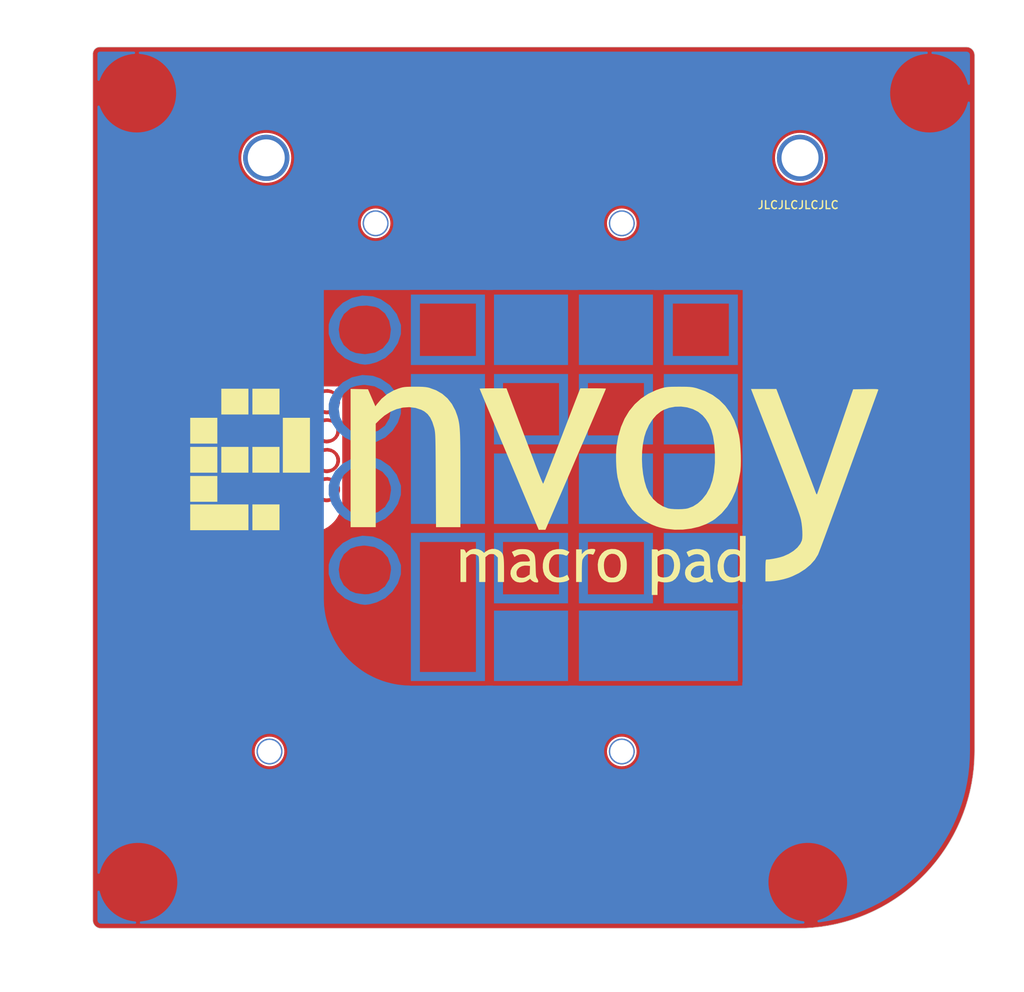
<source format=kicad_pcb>
(kicad_pcb (version 20210925) (generator pcbnew)
  (layers (0 "F.Cu" signal) (31 "B.Cu" signal) (34 "B.Paste" user) (35 "F.Paste" user) (36 "B.SilkS" user "B.Silkscreen") (37 "F.SilkS" user "F.Silkscreen") (38 "B.Mask" user) (39 "F.Mask" user) (44 "Edge.Cuts" user))
  (net 0 "")
  (footprint "Envoy:MountingHole_Reinforced_2.5mm" (layer "F.Cu") (at 150.0505 142.52575)
    (fp_text reference "H4" hide)
    (fp_text value "MountingHole")
    (pad "" thru_hole circle (at 0 0) (size 2.8 2.8) (drill 2.5) (layers *.Cu *.Mask))
  )
  (footprint "Envoy:MountingHole_Reinforced_2.5mm" (layer "F.Cu") (at 123.425 85.37575)
    (fp_text reference "H1" hide)
    (fp_text value "MountingHole")
    (pad "" thru_hole circle (at 0 0) (size 2.8 2.8) (drill 2.5) (layers *.Cu *.Mask))
  )
  (footprint "Envoy:MountingHole_Reinforced_2.5mm" (layer "F.Cu") (at 111.9505 142.52575)
    (fp_text reference "H3" hide)
    (fp_text value "MountingHole")
    (pad "" thru_hole circle (at 0 0) (size 2.8 2.8) (drill 2.5) (layers *.Cu *.Mask))
  )
  (footprint "Envoy:MountingHole_Reinforced_2.5mm" (layer "F.Cu") (at 150.0505 85.37575)
    (fp_text reference "H2" hide)
    (fp_text value "MountingHole")
    (pad "" thru_hole circle (at 0 0) (size 2.8 2.8) (drill 2.5) (layers *.Cu *.Mask))
  )
  (footprint "Envoy:Keyboard_conical_foot" (layer "F.Cu") (at 111.599 78.294)
    (fp_text reference "H5" (at 0 0.5) (layer "F.SilkS"))
    (fp_text value "MountingHole")
    (pad "1" thru_hole circle locked (at 0 0) (size 5 5) (drill 4) (layers *.Cu "F.Mask"))
  )
  (footprint "Envoy:Keyboard_conical_foot" (layer "F.Cu") (at 169.325 78.294)
    (fp_text reference "H6" (at 0 0.5) (layer "F.SilkS"))
    (fp_text value "MountingHole")
    (pad "1" thru_hole circle locked (at 0 0) (size 5 5) (drill 4) (layers *.Cu "F.Mask"))
  )
  (footprint "Envoy:BumperLocator_8.5mm" (layer "F.Cu") (at 97.599 71.294)
    (fp_text reference "B2" hide)
    (fp_text value "BumperPad")
    (zone (net 0) (net_name "") (layer "B.Cu") (connect_pads (clearance 0)) (min_thickness 0.254)
      (keepout (tracks not_allowed) (vias not_allowed) (pads not_allowed) (copperpour not_allowed) (footprints allowed))
      (fill (thermal_gap 0.508) (thermal_bridge_width 0.508))
      (polygon (pts (xy 101.853819 71.294) (xy 101.834936 70.893586) (xy 101.778454 70.496726) (xy 101.684876 70.106943) (xy 101.555031 69.727697) (xy 101.390071 69.362353) (xy 101.191462 69.014154) (xy 100.960967 68.686191) (xy 100.70063 68.381376) (xy 100.412762 68.102413) (xy 100.09992 67.851779) (xy 99.764879 67.631698) (xy 99.410614 67.444125) (xy 99.040269 67.290723) (xy 98.65713 67.172854) (xy 98.2646 67.091565) (xy 97.866162 67.047577) (xy 97.465353 67.04128) (xy 97.06573 67.072732) (xy 96.67084 67.141651) (xy 96.284189 67.247427) (xy 95.909208 67.38912) (xy 95.549225 67.565474) (xy 95.207437 67.774922) (xy 94.886876 68.015606) (xy 94.590389 68.285389) (xy 94.320606 68.581876) (xy 94.079922 68.902437) (xy 93.870474 69.244225) (xy 93.69412 69.604208) (xy 93.552427 69.979189) (xy 93.446651 70.36584) (xy 93.377732 70.76073) (xy 93.34628 71.160353) (xy 93.352577 71.561162) (xy 93.396565 71.9596) (xy 93.477854 72.35213) (xy 93.595723 72.735269) (xy 93.749125 73.105614) (xy 93.936698 73.459879) (xy 94.156779 73.79492) (xy 94.407413 74.107762) (xy 94.686376 74.39563) (xy 94.991191 74.655967) (xy 95.319154 74.886462) (xy 95.667353 75.085071) (xy 96.032697 75.250031) (xy 96.411943 75.379876) (xy 96.801726 75.473454) (xy 97.198586 75.529936) (xy 97.599 75.548819) (xy 97.999414 75.529936) (xy 98.396274 75.473454) (xy 98.786057 75.379876) (xy 99.165303 75.250031) (xy 99.530647 75.085071) (xy 99.878846 74.886462) (xy 100.206809 74.655967) (xy 100.511624 74.39563) (xy 100.790587 74.107762) (xy 101.041221 73.79492) (xy 101.261302 73.459879) (xy 101.448875 73.105614) (xy 101.602277 72.735269) (xy 101.720146 72.35213) (xy 101.801435 71.9596) (xy 101.845423 71.561162)))
    )
  )
  (footprint "Envoy:BumperLocator_8.5mm" (layer "F.Cu") (at 170.164 156.671)
    (fp_text reference "B4" hide)
    (fp_text value "BumperPad")
    (zone (net 0) (net_name "") (layer "B.Cu") (connect_pads (clearance 0)) (min_thickness 0.254)
      (keepout (tracks not_allowed) (vias not_allowed) (pads not_allowed) (copperpour not_allowed) (footprints allowed))
      (fill (thermal_gap 0.508) (thermal_bridge_width 0.508))
      (polygon (pts (xy 174.418819 156.671) (xy 174.399936 156.270586) (xy 174.343454 155.873726) (xy 174.249876 155.483943) (xy 174.120031 155.104697) (xy 173.955071 154.739353) (xy 173.756462 154.391154) (xy 173.525967 154.063191) (xy 173.26563 153.758376) (xy 172.977762 153.479413) (xy 172.66492 153.228779) (xy 172.329879 153.008698) (xy 171.975614 152.821125) (xy 171.605269 152.667723) (xy 171.22213 152.549854) (xy 170.8296 152.468565) (xy 170.431162 152.424577) (xy 170.030353 152.41828) (xy 169.63073 152.449732) (xy 169.23584 152.518651) (xy 168.849189 152.624427) (xy 168.474208 152.76612) (xy 168.114225 152.942474) (xy 167.772437 153.151922) (xy 167.451876 153.392606) (xy 167.155389 153.662389) (xy 166.885606 153.958876) (xy 166.644922 154.279437) (xy 166.435474 154.621225) (xy 166.25912 154.981208) (xy 166.117427 155.356189) (xy 166.011651 155.74284) (xy 165.942732 156.13773) (xy 165.91128 156.537353) (xy 165.917577 156.938162) (xy 165.961565 157.3366) (xy 166.042854 157.72913) (xy 166.160723 158.112269) (xy 166.314125 158.482614) (xy 166.501698 158.836879) (xy 166.721779 159.17192) (xy 166.972413 159.484762) (xy 167.251376 159.77263) (xy 167.556191 160.032967) (xy 167.884154 160.263462) (xy 168.232353 160.462071) (xy 168.597697 160.627031) (xy 168.976943 160.756876) (xy 169.366726 160.850454) (xy 169.763586 160.906936) (xy 170.164 160.925819) (xy 170.564414 160.906936) (xy 170.961274 160.850454) (xy 171.351057 160.756876) (xy 171.730303 160.627031) (xy 172.095647 160.462071) (xy 172.443846 160.263462) (xy 172.771809 160.032967) (xy 173.076624 159.77263) (xy 173.355587 159.484762) (xy 173.606221 159.17192) (xy 173.826302 158.836879) (xy 174.013875 158.482614) (xy 174.167277 158.112269) (xy 174.285146 157.72913) (xy 174.366435 157.3366) (xy 174.410423 156.938162)))
    )
  )
  (footprint "Envoy:BumperLocator_8.5mm" (layer "F.Cu") (at 97.726 156.671)
    (fp_text reference "B1" hide)
    (fp_text value "BumperPad")
    (zone (net 0) (net_name "") (layer "B.Cu") (connect_pads (clearance 0)) (min_thickness 0.254)
      (keepout (tracks not_allowed) (vias not_allowed) (pads not_allowed) (copperpour not_allowed) (footprints allowed))
      (fill (thermal_gap 0.508) (thermal_bridge_width 0.508))
      (polygon (pts (xy 101.980819 156.671) (xy 101.961936 156.270586) (xy 101.905454 155.873726) (xy 101.811876 155.483943) (xy 101.682031 155.104697) (xy 101.517071 154.739353) (xy 101.318462 154.391154) (xy 101.087967 154.063191) (xy 100.82763 153.758376) (xy 100.539762 153.479413) (xy 100.22692 153.228779) (xy 99.891879 153.008698) (xy 99.537614 152.821125) (xy 99.167269 152.667723) (xy 98.78413 152.549854) (xy 98.3916 152.468565) (xy 97.993162 152.424577) (xy 97.592353 152.41828) (xy 97.19273 152.449732) (xy 96.79784 152.518651) (xy 96.411189 152.624427) (xy 96.036208 152.76612) (xy 95.676225 152.942474) (xy 95.334437 153.151922) (xy 95.013876 153.392606) (xy 94.717389 153.662389) (xy 94.447606 153.958876) (xy 94.206922 154.279437) (xy 93.997474 154.621225) (xy 93.82112 154.981208) (xy 93.679427 155.356189) (xy 93.573651 155.74284) (xy 93.504732 156.13773) (xy 93.47328 156.537353) (xy 93.479577 156.938162) (xy 93.523565 157.3366) (xy 93.604854 157.72913) (xy 93.722723 158.112269) (xy 93.876125 158.482614) (xy 94.063698 158.836879) (xy 94.283779 159.17192) (xy 94.534413 159.484762) (xy 94.813376 159.77263) (xy 95.118191 160.032967) (xy 95.446154 160.263462) (xy 95.794353 160.462071) (xy 96.159697 160.627031) (xy 96.538943 160.756876) (xy 96.928726 160.850454) (xy 97.325586 160.906936) (xy 97.726 160.925819) (xy 98.126414 160.906936) (xy 98.523274 160.850454) (xy 98.913057 160.756876) (xy 99.292303 160.627031) (xy 99.657647 160.462071) (xy 100.005846 160.263462) (xy 100.333809 160.032967) (xy 100.638624 159.77263) (xy 100.917587 159.484762) (xy 101.168221 159.17192) (xy 101.388302 158.836879) (xy 101.575875 158.482614) (xy 101.729277 158.112269) (xy 101.847146 157.72913) (xy 101.928435 157.3366) (xy 101.972423 156.938162)))
    )
  )
  (footprint "Envoy:BumperLocator_8.5mm" (layer "F.Cu") (at 183.325 71.294)
    (fp_text reference "B3" hide)
    (fp_text value "BumperPad")
    (zone (net 0) (net_name "") (layer "B.Cu") (connect_pads (clearance 0)) (min_thickness 0.254)
      (keepout (tracks not_allowed) (vias not_allowed) (pads not_allowed) (copperpour not_allowed) (footprints allowed))
      (fill (thermal_gap 0.508) (thermal_bridge_width 0.508))
      (polygon (pts (xy 187.579819 71.294) (xy 187.560936 70.893586) (xy 187.504454 70.496726) (xy 187.410876 70.106943) (xy 187.281031 69.727697) (xy 187.116071 69.362353) (xy 186.917462 69.014154) (xy 186.686967 68.686191) (xy 186.42663 68.381376) (xy 186.138762 68.102413) (xy 185.82592 67.851779) (xy 185.490879 67.631698) (xy 185.136614 67.444125) (xy 184.766269 67.290723) (xy 184.38313 67.172854) (xy 183.9906 67.091565) (xy 183.592162 67.047577) (xy 183.191353 67.04128) (xy 182.79173 67.072732) (xy 182.39684 67.141651) (xy 182.010189 67.247427) (xy 181.635208 67.38912) (xy 181.275225 67.565474) (xy 180.933437 67.774922) (xy 180.612876 68.015606) (xy 180.316389 68.285389) (xy 180.046606 68.581876) (xy 179.805922 68.902437) (xy 179.596474 69.244225) (xy 179.42012 69.604208) (xy 179.278427 69.979189) (xy 179.172651 70.36584) (xy 179.103732 70.76073) (xy 179.07228 71.160353) (xy 179.078577 71.561162) (xy 179.122565 71.9596) (xy 179.203854 72.35213) (xy 179.321723 72.735269) (xy 179.475125 73.105614) (xy 179.662698 73.459879) (xy 179.882779 73.79492) (xy 180.133413 74.107762) (xy 180.412376 74.39563) (xy 180.717191 74.655967) (xy 181.045154 74.886462) (xy 181.393353 75.085071) (xy 181.758697 75.250031) (xy 182.137943 75.379876) (xy 182.527726 75.473454) (xy 182.924586 75.529936) (xy 183.325 75.548819) (xy 183.725414 75.529936) (xy 184.122274 75.473454) (xy 184.512057 75.379876) (xy 184.891303 75.250031) (xy 185.256647 75.085071) (xy 185.604846 74.886462) (xy 185.932809 74.655967) (xy 186.237624 74.39563) (xy 186.516587 74.107762) (xy 186.767221 73.79492) (xy 186.987302 73.459879) (xy 187.174875 73.105614) (xy 187.328277 72.735269) (xy 187.446146 72.35213) (xy 187.527435 71.9596) (xy 187.571423 71.561162)))
    )
  )
  (footprint "Envoy:Envoy_name_80mm" (layer "F.Cu") (at 142.368689 114.076727)
    (fp_text reference "G***" hide)
    (fp_text value "LOGO" hide)
    (fp_poly (pts (xy -26.043944 -1.717183) (xy -28.977465 -1.717183) (xy -28.977465 -7.655775) (xy -26.043944 -7.655775)) (layer "F.Cu") (width 0) (fill solid))
    (fp_poly (pts (xy -29.335211 -4.865352) (xy -32.268732 -4.865352) (xy -32.268732 -5.223099) (xy -31.910986 -5.223099) (xy -29.692958 -5.223099) (xy -29.692958 -7.298028) (xy -31.910986 -7.298028) (xy -31.910986 -5.223099) (xy -32.268732 -5.223099) (xy -32.268732 -7.655775) (xy -29.335211 -7.655775)) (layer "F.Cu") (width 0) (fill solid))
    (fp_poly (pts (xy -29.335211 -8.013521) (xy -32.268732 -8.013521) (xy -32.268732 -10.803944) (xy -29.335211 -10.803944)) (layer "F.Cu") (width 0) (fill solid))
    (fp_poly (pts (xy -23.712751 -4.306887) (xy -23.348421 -4.108838) (xy -23.05215 -3.820799) (xy -22.85053 -3.459767) (xy -22.791787 -3.248114) (xy -22.790024 -2.873389) (xy -22.909708 -2.505776) (xy -23.131043 -2.175359) (xy -23.434233 -1.912224) (xy -23.775308 -1.753367) (xy -24.03666 -1.682219) (xy -24.228905 -1.657839) (xy -24.418278 -1.680533) (xy -24.671018 -1.750605) (xy -24.693747 -1.757585) (xy -25.031443 -1.92566) (xy -25.317048 -2.188365) (xy -25.529577 -2.512959) (xy -25.648046 -2.866702) (xy -25.649889 -3.055179) (xy -25.256634 -3.055179) (xy -25.195064 -2.685073) (xy -25.019003 -2.390996) (xy -24.742617 -2.186327) (xy -24.38007 -2.084448) (xy -24.219436 -2.075465) (xy -23.858868 -2.121042) (xy -23.632628 -2.215132) (xy -23.382586 -2.441892) (xy -23.234301 -2.732824) (xy -23.186917 -3.054871) (xy -23.23958 -3.374979) (xy -23.391435 -3.660091) (xy -23.641627 -3.87715) (xy -23.6761 -3.895963) (xy -23.885042 -3.965756) (xy -24.14384 -4.004176) (xy -24.219436 -4.006761) (xy -24.604931 -3.948221) (xy -24.916306 -3.78329) (xy -25.136085 -3.528) (xy -25.246794 -3.198383) (xy -25.256634 -3.055179) (xy -25.649889 -3.055179) (xy -25.65147 -3.216854) (xy -25.646175 -3.243593) (xy -25.486768 -3.661349) (xy -25.214571 -4.004987) (xy -24.849222 -4.254612) (xy -24.539225 -4.365031) (xy -24.11855 -4.397951)) (layer "F.Cu") (width 0) (fill solid))
    (fp_poly (pts (xy -36.060845 -1.717183) (xy -38.994366 -1.717183) (xy -38.994366 -4.507606) (xy -36.060845 -4.507606)) (layer "F.Cu") (width 0) (fill solid))
    (fp_poly (pts (xy -32.698028 -4.865352) (xy -35.631549 -4.865352) (xy -35.631549 -5.223099) (xy -35.273803 -5.223099) (xy -33.055775 -5.223099) (xy -33.055775 -7.298028) (xy -35.273803 -7.298028) (xy -35.273803 -5.223099) (xy -35.631549 -5.223099) (xy -35.631549 -7.655775) (xy -32.698028 -7.655775)) (layer "F.Cu") (width 0) (fill solid))
    (fp_poly (pts (xy -32.698028 1.430986) (xy -35.631549 1.430986) (xy -35.631549 1.073239) (xy -35.273803 1.073239) (xy -33.055775 1.073239) (xy -33.055775 -1.00169) (xy -35.273803 -1.00169) (xy -35.273803 1.073239) (xy -35.631549 1.073239) (xy -35.631549 -1.359437) (xy -32.698028 -1.359437)) (layer "F.Cu") (width 0) (fill solid))
    (fp_poly (pts (xy -26.043944 4.507606) (xy -28.977465 4.507606) (xy -28.977465 4.149859) (xy -28.619718 4.149859) (xy -26.40169 4.149859) (xy -26.40169 -1.00169) (xy -28.619718 -1.00169) (xy -28.619718 4.149859) (xy -28.977465 4.149859) (xy -28.977465 -1.359437) (xy -26.043944 -1.359437)) (layer "F.Cu") (width 0) (fill solid))
    (fp_poly (pts (xy -36.060845 -4.865352) (xy -38.994366 -4.865352) (xy -38.994366 -7.655775) (xy -36.060845 -7.655775)) (layer "F.Cu") (width 0) (fill solid))
    (fp_poly (pts (xy -29.335211 1.430986) (xy -32.268732 1.430986) (xy -32.268732 1.073239) (xy -31.910986 1.073239) (xy -29.692958 1.073239) (xy -29.692958 -1.00169) (xy -31.910986 -1.00169) (xy -31.910986 1.073239) (xy -32.268732 1.073239) (xy -32.268732 -1.359437) (xy -29.335211 -1.359437)) (layer "F.Cu") (width 0) (fill solid))
    (fp_poly (pts (xy -36.060845 -8.013521) (xy -38.994366 -8.013521) (xy -38.994366 -8.371268) (xy -38.63662 -8.371268) (xy -36.418591 -8.371268) (xy -36.418591 -10.446197) (xy -38.63662 -10.446197) (xy -38.63662 -8.371268) (xy -38.994366 -8.371268) (xy -38.994366 -10.803944) (xy -36.060845 -10.803944)) (layer "F.Cu") (width 0) (fill solid))
    (fp_poly (pts (xy -26.043944 -8.013521) (xy -28.977465 -8.013521) (xy -28.977465 -8.371268) (xy -28.619718 -8.371268) (xy -26.40169 -8.371268) (xy -26.40169 -10.446197) (xy -28.619718 -10.446197) (xy -28.619718 -8.371268) (xy -28.977465 -8.371268) (xy -28.977465 -10.803944) (xy -26.043944 -10.803944)) (layer "F.Cu") (width 0) (fill solid))
    (fp_poly (pts (xy -32.698028 -1.717183) (xy -35.631549 -1.717183) (xy -35.631549 -4.507606) (xy -32.698028 -4.507606)) (layer "F.Cu") (width 0) (fill solid))
    (fp_poly (pts (xy -36.060845 1.430986) (xy -38.994366 1.430986) (xy -38.994366 -1.359437) (xy -36.060845 -1.359437)) (layer "F.Cu") (width 0) (fill solid))
    (fp_poly (pts (xy -32.698028 -8.013521) (xy -35.631549 -8.013521) (xy -35.631549 -10.803944) (xy -32.698028 -10.803944)) (layer "F.Cu") (width 0) (fill solid))
    (fp_poly (pts (xy -32.698028 4.507606) (xy -38.994366 4.507606) (xy -38.994366 1.717183) (xy -32.698028 1.717183)) (layer "F.Cu") (width 0) (fill solid))
    (fp_poly (pts (xy -29.335211 -1.717183) (xy -32.268732 -1.717183) (xy -32.268732 -4.507606) (xy -29.335211 -4.507606)) (layer "F.Cu") (width 0) (fill solid))
    (fp_poly (pts (xy -23.712751 -1.158718) (xy -23.348421 -0.960669) (xy -23.05215 -0.67263) (xy -22.85053 -0.311598) (xy -22.791787 -0.099945) (xy -22.790024 0.27478) (xy -22.909708 0.642393) (xy -23.131043 0.97281) (xy -23.434233 1.235945) (xy -23.775308 1.394802) (xy -24.03666 1.46595) (xy -24.228905 1.49033) (xy -24.418278 1.467636) (xy -24.671018 1.397564) (xy -24.693747 1.390584) (xy -25.031443 1.222509) (xy -25.317048 0.959804) (xy -25.529577 0.63521) (xy -25.648046 0.281467) (xy -25.649889 0.09299) (xy -25.256634 0.09299) (xy -25.195064 0.463096) (xy -25.019003 0.757173) (xy -24.742617 0.961842) (xy -24.38007 1.063721) (xy -24.219436 1.072704) (xy -23.858868 1.027127) (xy -23.632628 0.933037) (xy -23.382586 0.706277) (xy -23.234301 0.415345) (xy -23.186917 0.093298) (xy -23.23958 -0.22681) (xy -23.391435 -0.511922) (xy -23.641627 -0.728981) (xy -23.6761 -0.747794) (xy -23.885042 -0.817587) (xy -24.14384 -0.856007) (xy -24.219436 -0.858592) (xy -24.604931 -0.800052) (xy -24.916306 -0.635121) (xy -25.136085 -0.379831) (xy -25.246794 -0.050214) (xy -25.256634 0.09299) (xy -25.649889 0.09299) (xy -25.65147 -0.068685) (xy -25.646175 -0.095424) (xy -25.486768 -0.51318) (xy -25.214571 -0.856818) (xy -24.849222 -1.106443) (xy -24.539225 -1.216862) (xy -24.11855 -1.249782)) (layer "F.Cu") (width 0) (fill solid))
    (fp_poly (pts (xy -23.712751 -7.526606) (xy -23.348421 -7.328556) (xy -23.05215 -7.040517) (xy -22.85053 -6.679485) (xy -22.791787 -6.467832) (xy -22.790024 -6.093107) (xy -22.909708 -5.725494) (xy -23.131043 -5.395077) (xy -23.434233 -5.131943) (xy -23.775308 -4.973085) (xy -24.03666 -4.901937) (xy -24.228905 -4.877558) (xy -24.418278 -4.900252) (xy -24.671018 -4.970323) (xy -24.693747 -4.977303) (xy -25.031443 -5.145378) (xy -25.317048 -5.408083) (xy -25.529577 -5.732677) (xy -25.648046 -6.086421) (xy -25.649889 -6.274898) (xy -25.256634 -6.274898) (xy -25.195064 -5.904792) (xy -25.019003 -5.610714) (xy -24.742617 -5.406045) (xy -24.38007 -5.304166) (xy -24.219436 -5.295183) (xy -23.858868 -5.34076) (xy -23.632628 -5.43485) (xy -23.382586 -5.66161) (xy -23.234301 -5.952542) (xy -23.186917 -6.27459) (xy -23.23958 -6.594697) (xy -23.391435 -6.879809) (xy -23.641627 -7.096869) (xy -23.6761 -7.115681) (xy -23.885042 -7.185475) (xy -24.14384 -7.223895) (xy -24.219436 -7.226479) (xy -24.604931 -7.167939) (xy -24.916306 -7.003009) (xy -25.136085 -6.747718) (xy -25.246794 -6.418101) (xy -25.256634 -6.274898) (xy -25.649889 -6.274898) (xy -25.65147 -6.436572) (xy -25.646175 -6.463311) (xy -25.486768 -6.881067) (xy -25.214571 -7.224705) (xy -24.849222 -7.474331) (xy -24.539225 -7.584749) (xy -24.11855 -7.617669)) (layer "F.Cu") (width 0) (fill solid))
    (fp_poly (pts (xy -23.712751 -10.674775) (xy -23.348421 -10.476726) (xy -23.05215 -10.188686) (xy -22.85053 -9.827654) (xy -22.791787 -9.616001) (xy -22.790024 -9.241276) (xy -22.909708 -8.873663) (xy -23.131043 -8.543246) (xy -23.434233 -8.280112) (xy -23.775308 -8.121254) (xy -24.03666 -8.050106) (xy -24.228905 -8.025727) (xy -24.418278 -8.048421) (xy -24.671018 -8.118492) (xy -24.693747 -8.125472) (xy -25.031443 -8.293547) (xy -25.317048 -8.556252) (xy -25.529577 -8.880846) (xy -25.648046 -9.23459) (xy -25.649992 -9.433595) (xy -25.252494 -9.433595) (xy -25.209534 -9.092702) (xy -25.146104 -8.936945) (xy -24.932981 -8.674075) (xy -24.624373 -8.505961) (xy -24.24075 -8.443506) (xy -24.219436 -8.443352) (xy -23.858868 -8.488929) (xy -23.632628 -8.583019) (xy -23.382586 -8.809779) (xy -23.234301 -9.100711) (xy -23.186917 -9.422759) (xy -23.23958 -9.742866) (xy -23.391435 -10.027978) (xy -23.641627 -10.245038) (xy -23.6761 -10.26385) (xy -23.960369 -10.350347) (xy -24.29927 -10.368617) (xy -24.621647 -10.318659) (xy -24.762773 -10.26385) (xy -25.018202 -10.056941) (xy -25.185079 -9.767598) (xy -25.252494 -9.433595) (xy -25.649992 -9.433595) (xy -25.65147 -9.584741) (xy -25.646175 -9.61148) (xy -25.486768 -10.029236) (xy -25.214571 -10.372874) (xy -24.849222 -10.6225) (xy -24.539225 -10.732918) (xy -24.11855 -10.765838)) (layer "F.Cu") (width 0) (fill solid))
    (fp_poly (pts (xy -29.335211 4.507606) (xy -32.268732 4.507606) (xy -32.268732 1.717183) (xy -29.335211 1.717183)) (layer "F.Cu") (width 0) (fill solid))
    (zone (net 0) (net_name "") (layer "F.Cu") (connect_pads (clearance 0)) (min_thickness 0.254)
      (keepout (tracks allowed) (vias allowed) (pads allowed) (copperpour not_allowed) (footprints allowed))
      (fill (thermal_gap 0.508) (thermal_bridge_width 0.508))
      (polygon (pts (xy 119.818689 115.496727) (xy 119.808689 115.646727) (xy 119.788689 115.786727) (xy 119.758689 115.956727) (xy 119.728689 116.096727) (xy 119.678689 116.286727) (xy 119.618689 116.486727) (xy 119.528689 116.706727) (xy 119.438689 116.906727) (xy 119.348689 117.066727) (xy 119.268689 117.206727) (xy 119.168689 117.356727) (xy 119.058689 117.506727) (xy 118.908689 117.676727) (xy 118.768689 117.816727) (xy 118.608689 117.966727) (xy 118.448689 118.096727) (xy 118.278689 118.226727) (xy 117.958689 118.406727) (xy 117.778689 118.496727) (xy 117.588689 118.576727) (xy 117.438689 118.626727) (xy 117.298689 118.676727) (xy 117.158689 118.716727) (xy 116.968689 118.756727) (xy 116.808689 118.786727) (xy 116.668689 118.806727) (xy 116.528689 118.816727) (xy 116.318689 118.826727) (xy 103.118689 118.826727) (xy 103.118689 103.026727) (xy 119.818689 103.026727)))
    )
  )
  (footprint "Envoy:Macro_Pad_Text_lowercase_32mm" (layer "F.Cu") (at 147.856788 122.394)
    (fp_text reference "G***" hide)
    (fp_text value "LOGO" hide)
  )
  (footprint "Envoy:Envoy_logo_50mm" (layer "B.Cu") (at 140.525 113.994 180)
    (fp_text reference "G***" hide)
    (fp_text value "LOGO" hide)
    (fp_poly (pts (xy 4.298462 13.286154) (xy -3.712307 13.286154) (xy -3.712307 20.906154) (xy 4.298462 20.906154)) (layer "B.Cu") (width 0) (fill solid))
    (fp_poly (pts (xy 13.286154 -20.906154) (xy 5.275385 -20.906154) (xy 5.275385 -19.929231) (xy 6.252308 -19.929231) (xy 12.309231 -19.929231) (xy 12.309231 -5.861539) (xy 6.252308 -5.861539) (xy 6.252308 -19.929231) (xy 5.275385 -19.929231) (xy 5.275385 -4.884616) (xy 13.286154 -4.884616)) (layer "B.Cu") (width 0) (fill solid))
    (fp_poly (pts (xy 13.286154 13.286154) (xy 5.275385 13.286154) (xy 5.275385 14.263077) (xy 6.252308 14.263077) (xy 12.309231 14.263077) (xy 12.309231 19.929231) (xy 6.252308 19.929231) (xy 6.252308 14.263077) (xy 5.275385 14.263077) (xy 5.275385 20.906154) (xy 13.286154 20.906154)) (layer "B.Cu") (width 0) (fill solid))
    (fp_poly (pts (xy -4.884615 13.286154) (xy -12.895384 13.286154) (xy -12.895384 20.906154) (xy -4.884615 20.906154)) (layer "B.Cu") (width 0) (fill solid))
    (fp_poly (pts (xy -4.884615 -20.906154) (xy -22.078461 -20.906154) (xy -22.078461 -13.286154) (xy -4.884615 -13.286154)) (layer "B.Cu") (width 0) (fill solid))
    (fp_poly (pts (xy -4.884615 4.689231) (xy -12.895384 4.689231) (xy -12.895384 5.666154) (xy -11.918461 5.666154) (xy -5.861538 5.666154) (xy -5.861538 11.332307) (xy -11.918461 11.332307) (xy -11.918461 5.666154) (xy -12.895384 5.666154) (xy -12.895384 12.309231) (xy -4.884615 12.309231)) (layer "B.Cu") (width 0) (fill solid))
    (fp_poly (pts (xy 19.652102 -5.432731) (xy 20.647005 -5.973558) (xy 21.456052 -6.760126) (xy 22.006631 -7.746022) (xy 22.167043 -8.323997) (xy 22.171857 -9.347284) (xy 21.845027 -10.351152) (xy 21.240613 -11.253444) (xy 20.412671 -11.972003) (xy 19.481273 -12.405806) (xy 18.767581 -12.600095) (xy 18.242606 -12.66667) (xy 17.725471 -12.604698) (xy 17.035297 -12.413349) (xy 16.97323 -12.394288) (xy 16.051059 -11.935313) (xy 15.271138 -11.217927) (xy 14.69077 -10.331535) (xy 14.367259 -9.365544) (xy 14.362226 -8.850857) (xy 15.436115 -8.850857) (xy 15.604249 -9.861531) (xy 16.085031 -10.664589) (xy 16.839778 -11.223492) (xy 17.829807 -11.501701) (xy 18.268462 -11.526232) (xy 19.25309 -11.40177) (xy 19.870899 -11.144833) (xy 20.553706 -10.525604) (xy 20.95864 -9.731136) (xy 21.088034 -8.851698) (xy 20.944223 -7.977558) (xy 20.529543 -7.198983) (xy 19.846326 -6.606243) (xy 19.75219 -6.55487) (xy 19.181616 -6.364281) (xy 18.4749 -6.259365) (xy 18.268462 -6.252308) (xy 17.215764 -6.412166) (xy 16.365473 -6.862554) (xy 15.765308 -7.559693) (xy 15.462986 -8.459802) (xy 15.436115 -8.850857) (xy 14.362226 -8.850857) (xy 14.357908 -8.409362) (xy 14.372368 -8.336343) (xy 14.807672 -7.195548) (xy 15.550979 -6.257152) (xy 16.548662 -5.575482) (xy 17.395192 -5.273955) (xy 18.54396 -5.184059)) (layer "B.Cu") (width 0) (fill solid))
    (fp_poly (pts (xy -14.067692 4.689231) (xy -22.078461 4.689231) (xy -22.078461 12.309231) (xy -14.067692 12.309231)) (layer "B.Cu") (width 0) (fill solid))
    (fp_poly (pts (xy 13.286154 -3.907693) (xy 5.275385 -3.907693) (xy 5.275385 12.309231) (xy 13.286154 12.309231)) (layer "B.Cu") (width 0) (fill solid))
    (fp_poly (pts (xy -4.884615 -3.907693) (xy -12.895384 -3.907693) (xy -12.895384 3.712307) (xy -4.884615 3.712307)) (layer "B.Cu") (width 0) (fill solid))
    (fp_poly (pts (xy 4.298462 -3.907693) (xy -3.712307 -3.907693) (xy -3.712307 3.712307) (xy 4.298462 3.712307)) (layer "B.Cu") (width 0) (fill solid))
    (fp_poly (pts (xy 19.652102 3.164192) (xy 20.647005 2.623365) (xy 21.456052 1.836797) (xy 22.006631 0.850901) (xy 22.167043 0.272926) (xy 22.171857 -0.750361) (xy 21.845027 -1.754229) (xy 21.240613 -2.65652) (xy 20.412671 -3.37508) (xy 19.481273 -3.808883) (xy 18.767581 -4.003172) (xy 18.242606 -4.069747) (xy 17.725471 -4.007775) (xy 17.035297 -3.816426) (xy 16.97323 -3.797365) (xy 16.051059 -3.33839) (xy 15.271138 -2.621004) (xy 14.69077 -1.734612) (xy 14.367259 -0.768621) (xy 14.362226 -0.253934) (xy 15.436115 -0.253934) (xy 15.604249 -1.264608) (xy 16.085031 -2.067666) (xy 16.839778 -2.626569) (xy 17.829807 -2.904778) (xy 18.268462 -2.929309) (xy 19.25309 -2.804847) (xy 19.870899 -2.54791) (xy 20.553706 -1.928681) (xy 20.95864 -1.134213) (xy 21.088034 -0.254775) (xy 20.944223 0.619366) (xy 20.529543 1.39794) (xy 19.846326 1.99068) (xy 19.75219 2.042053) (xy 19.181616 2.232642) (xy 18.4749 2.337558) (xy 18.268462 2.344615) (xy 17.215764 2.184757) (xy 16.365473 1.734369) (xy 15.765308 1.03723) (xy 15.462986 0.137121) (xy 15.436115 -0.253934) (xy 14.362226 -0.253934) (xy 14.357908 0.187562) (xy 14.372368 0.26058) (xy 14.807672 1.401375) (xy 15.550979 2.339772) (xy 16.548662 3.021441) (xy 17.395192 3.322968) (xy 18.54396 3.412864)) (layer "B.Cu") (width 0) (fill solid))
    (fp_poly (pts (xy -4.884615 -12.504616) (xy -12.895384 -12.504616) (xy -12.895384 -11.527693) (xy -11.918461 -11.527693) (xy -5.861538 -11.527693) (xy -5.861538 -5.861539) (xy -11.918461 -5.861539) (xy -11.918461 -11.527693) (xy -12.895384 -11.527693) (xy -12.895384 -4.884616) (xy -4.884615 -4.884616)) (layer "B.Cu") (width 0) (fill solid))
    (fp_poly (pts (xy -14.067692 -3.907693) (xy -22.078461 -3.907693) (xy -22.078461 3.712307) (xy -14.067692 3.712307)) (layer "B.Cu") (width 0) (fill solid))
    (fp_poly (pts (xy 19.652102 11.9565) (xy 20.647005 11.415673) (xy 21.456052 10.629105) (xy 22.006631 9.643208) (xy 22.167043 9.065234) (xy 22.171857 8.041947) (xy 21.845027 7.038079) (xy 21.240613 6.135787) (xy 20.412671 5.417228) (xy 19.481273 4.983425) (xy 18.767581 4.789135) (xy 18.242606 4.722561) (xy 17.725471 4.784533) (xy 17.035297 4.975881) (xy 16.97323 4.994943) (xy 16.051059 5.453917) (xy 15.271138 6.171304) (xy 14.69077 7.057696) (xy 14.367259 8.023686) (xy 14.362226 8.538374) (xy 15.436115 8.538374) (xy 15.604249 7.5277) (xy 16.085031 6.724642) (xy 16.839778 6.165739) (xy 17.829807 5.88753) (xy 18.268462 5.862999) (xy 19.25309 5.987461) (xy 19.870899 6.244397) (xy 20.553706 6.863627) (xy 20.95864 7.658095) (xy 21.088034 8.537533) (xy 20.944223 9.411673) (xy 20.529543 10.190247) (xy 19.846326 10.782987) (xy 19.75219 10.83436) (xy 19.181616 11.02495) (xy 18.4749 11.129866) (xy 18.268462 11.136923) (xy 17.215764 10.977065) (xy 16.365473 10.526677) (xy 15.765308 9.829538) (xy 15.462986 8.929429) (xy 15.436115 8.538374) (xy 14.362226 8.538374) (xy 14.357908 8.979869) (xy 14.372368 9.052888) (xy 14.807672 10.193683) (xy 15.550979 11.132079) (xy 16.548662 11.813749) (xy 17.395192 12.115276) (xy 18.54396 12.205172)) (layer "B.Cu") (width 0) (fill solid))
    (fp_poly (pts (xy 4.298462 -20.906154) (xy -3.712307 -20.906154) (xy -3.712307 -13.286154) (xy 4.298462 -13.286154)) (layer "B.Cu") (width 0) (fill solid))
    (fp_poly (pts (xy -14.067692 13.286154) (xy -22.078461 13.286154) (xy -22.078461 14.263077) (xy -21.101538 14.263077) (xy -15.044615 14.263077) (xy -15.044615 19.929231) (xy -21.101538 19.929231) (xy -21.101538 14.263077) (xy -22.078461 14.263077) (xy -22.078461 20.906154) (xy -14.067692 20.906154)) (layer "B.Cu") (width 0) (fill solid))
    (fp_poly (pts (xy 19.652102 20.553423) (xy 20.647005 20.012596) (xy 21.456052 19.226028) (xy 22.006631 18.240131) (xy 22.167043 17.662157) (xy 22.171857 16.63887) (xy 21.845027 15.635002) (xy 21.240613 14.73271) (xy 20.412671 14.014151) (xy 19.481273 13.580348) (xy 18.767581 13.386058) (xy 18.242606 13.319484) (xy 17.725471 13.381456) (xy 17.035297 13.572804) (xy 16.97323 13.591866) (xy 16.051059 14.05084) (xy 15.271138 14.768227) (xy 14.69077 15.654619) (xy 14.367259 16.620609) (xy 14.361944 17.164046) (xy 15.44742 17.164046) (xy 15.564735 16.233148) (xy 15.737947 15.80781) (xy 16.319935 15.089975) (xy 17.162674 14.630893) (xy 18.21026 14.460342) (xy 18.268462 14.459922) (xy 19.25309 14.584384) (xy 19.870899 14.841321) (xy 20.553706 15.46055) (xy 20.95864 16.255018) (xy 21.088034 17.134456) (xy 20.944223 18.008596) (xy 20.529543 18.78717) (xy 19.846326 19.37991) (xy 19.75219 19.431283) (xy 18.975915 19.667487) (xy 18.050456 19.717377) (xy 17.170119 19.580954) (xy 16.784734 19.431283) (xy 16.087218 18.866262) (xy 15.631514 18.076133) (xy 15.44742 17.164046) (xy 14.361944 17.164046) (xy 14.357908 17.576792) (xy 14.372368 17.649811) (xy 14.807672 18.790606) (xy 15.550979 19.729002) (xy 16.548662 20.410672) (xy 17.395192 20.712199) (xy 18.54396 20.802095)) (layer "B.Cu") (width 0) (fill solid))
    (fp_poly (pts (xy -14.067692 -12.504616) (xy -22.078461 -12.504616) (xy -22.078461 -4.884616) (xy -14.067692 -4.884616)) (layer "B.Cu") (width 0) (fill solid))
    (fp_poly (pts (xy 4.298462 4.689231) (xy -3.712307 4.689231) (xy -3.712307 5.666154) (xy -2.735384 5.666154) (xy 3.321539 5.666154) (xy 3.321539 11.332307) (xy -2.735384 11.332307) (xy -2.735384 5.666154) (xy -3.712307 5.666154) (xy -3.712307 12.309231) (xy 4.298462 12.309231)) (layer "B.Cu") (width 0) (fill solid))
    (fp_poly (pts (xy 4.298462 -12.504616) (xy -3.712307 -12.504616) (xy -3.712307 -11.527693) (xy -2.735384 -11.527693) (xy 3.321539 -11.527693) (xy 3.321539 -5.861539) (xy -2.735384 -5.861539) (xy -2.735384 -11.527693) (xy -3.712307 -11.527693) (xy -3.712307 -4.884616) (xy 4.298462 -4.884616)) (layer "B.Cu") (width 0) (fill solid))
    (zone (net 0) (net_name "") (layer "B.Cu") (connect_pads (clearance 0)) (min_thickness 0.254)
      (keepout (tracks allowed) (vias allowed) (pads allowed) (copperpour not_allowed) (footprints allowed))
      (fill (thermal_gap 0.508) (thermal_bridge_width 0.508))
      (polygon (pts (xy 117.825 125.994) (xy 117.835 126.374) (xy 117.855 126.794) (xy 117.935 127.394) (xy 118.005 127.814) (xy 118.085 128.164) (xy 118.175 128.504) (xy 118.255 128.774) (xy 118.355 129.094) (xy 118.445 129.344) (xy 118.575 129.654) (xy 118.715 129.964) (xy 118.875 130.294) (xy 119.005 130.534) (xy 119.195 130.864) (xy 119.385 131.174) (xy 119.595 131.474) (xy 119.795 131.744) (xy 120.045 132.054) (xy 120.235 132.274) (xy 120.465 132.524) (xy 120.765 132.814) (xy 121.015 133.044) (xy 121.345 133.314) (xy 121.615 133.524) (xy 121.945 133.764) (xy 122.235 133.954) (xy 122.545 134.144) (xy 122.815 134.284) (xy 123.185 134.474) (xy 123.485 134.614) (xy 123.835 134.754) (xy 124.175 134.884) (xy 124.625 135.024) (xy 125.135 135.154) (xy 125.455 135.224) (xy 125.795 135.284) (xy 126.105 135.324) (xy 126.585 135.374) (xy 127.225 135.394) (xy 163.075 135.394) (xy 163.125 92.594) (xy 117.825 92.594)))
    )
  )
  (gr_line (start 188.214 67.183) (end 188.214 142.494) (layer "Edge.Cuts") (width 0.05))
  (gr_line (start 92.837 160.782) (end 92.837 67.056) (layer "Edge.Cuts") (width 0.05))
  (gr_line (start 169.037 161.671) (end 93.726 161.671) (layer "Edge.Cuts") (width 0.05))
  (gr_arc (start 169.037 142.494) (end 169.037 161.671) (angle -90) (layer "Edge.Cuts") (width 0.05))
  (gr_arc (start 93.599 67.056) (end 93.599 66.294) (angle -90) (layer "Edge.Cuts") (width 0.05))
  (gr_arc (start 93.726 160.782) (end 92.837 160.782) (angle -90) (layer "Edge.Cuts") (width 0.05))
  (gr_arc (start 187.325 67.183) (end 188.214 67.183) (angle -90) (layer "Edge.Cuts") (width 0.05))
  (gr_line (start 93.599 66.294) (end 187.325 66.294) (layer "Edge.Cuts") (width 0.05))
  (gr_text "JLCJLCJLCJLC" (at 169.125 83.394) (layer "F.SilkS") (effects (font (size 0.85 0.85))))
  (zone (net 0) (net_name "") (layer "F.Cu") (connect_pads (clearance 0)) (min_thickness 0.254) (fill yes (thermal_gap 0.508) (thermal_bridge_width 0.508))
    (polygon (pts (xy 193.167 61.595) (xy 193.548 168.529) (xy 83.439 165.735) (xy 82.804 61.214)))
  )
  (zone (net 0) (net_name "") (layer "B.Cu") (connect_pads (clearance 0.508)) (min_thickness 0.254) (fill yes (thermal_gap 0.508) (thermal_bridge_width 0.508))
    (polygon (pts (xy 192.913 62.23) (xy 191.135 165.354) (xy 88.9 166.624) (xy 88.519 62.103)))
  )
)
</source>
